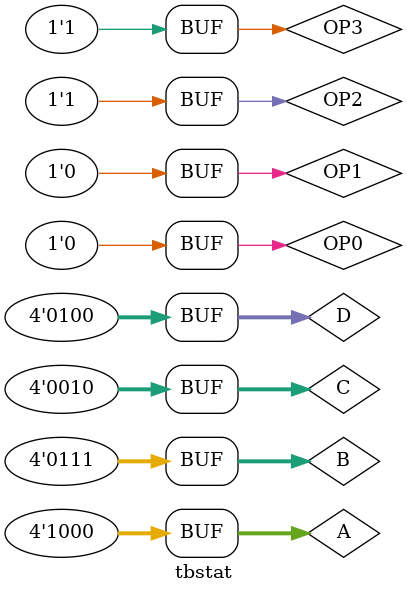
<source format=v>
 `timescale 1ns/1ns
module tbstat();
	reg [3:0] A, B, C, D;
	reg  OP0, OP1, OP2, OP3;
    	wire [7:0] out;	
    	stat_calculator ut(OP0, OP1, OP2, OP3, A, B, C, D, MAX, MIN, MEAN, VAR, out);

    	initial begin
		A = 4'b1000; B = 4'b0101; C = 4'b0011; D = 4'b0110; OP0 = 1; OP1 = 0; OP2 = 0; OP3 = 0;
		#100;
		A = 4'b1010; B = 4'b0001; C = 4'b0011; D = 4'b0110; OP0 = 0; OP1 = 1; OP2 = 0; OP3 = 0;
		#100;
		A = 4'b1000; B = 4'b1100; C = 4'b0111; D = 4'b0110; OP0 = 0; OP1 = 0; OP2 = 1; OP3 = 0;
		#100;
		A = 4'b1000; B = 4'b0111; C = 4'b0010; D = 4'b0100; OP0 = 0; OP1 = 0; OP2 = 0; OP3 = 1;
		#100;

		A = 4'b1000; B = 4'b1001; C = 4'b0010; D = 4'b0100; OP0 = 1; OP1 = 1; OP2 = 0; OP3 = 0;
		#100;
		A = 4'b1000; B = 4'b0111; C = 4'b0010; D = 4'b0100; OP0 = 0; OP1 = 1; OP2 = 0; OP3 = 1;
		#100;
		A = 4'b1000; B = 4'b0111; C = 4'b0010; D = 4'b0100; OP0 = 0; OP1 = 0; OP2 = 1; OP3 = 1;
		#100;
    	end

endmodule

</source>
